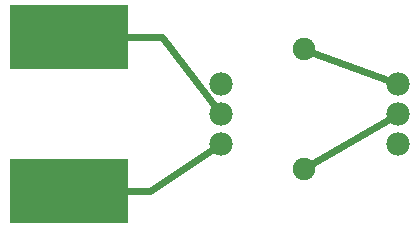
<source format=gbl>
G04 MADE WITH FRITZING*
G04 WWW.FRITZING.ORG*
G04 DOUBLE SIDED*
G04 HOLES PLATED*
G04 CONTOUR ON CENTER OF CONTOUR VECTOR*
%ASAXBY*%
%FSLAX23Y23*%
%MOIN*%
%OFA0B0*%
%SFA1.0B1.0*%
%ADD10C,0.075000*%
%ADD11C,0.078000*%
%ADD12R,0.393701X0.212599*%
%ADD13C,0.024000*%
%LNCOPPER0*%
G90*
G70*
G54D10*
X987Y608D03*
X987Y208D03*
G54D11*
X1302Y490D03*
X1302Y390D03*
X1302Y290D03*
X711Y490D03*
X711Y390D03*
X711Y290D03*
G54D12*
X205Y648D03*
X205Y136D03*
G54D13*
X1284Y497D02*
X1003Y602D01*
D02*
X1285Y381D02*
X1002Y217D01*
D02*
X475Y135D02*
X396Y136D01*
D02*
X695Y280D02*
X475Y135D01*
D02*
X514Y648D02*
X205Y648D01*
D02*
X700Y405D02*
X514Y648D01*
G04 End of Copper0*
M02*
</source>
